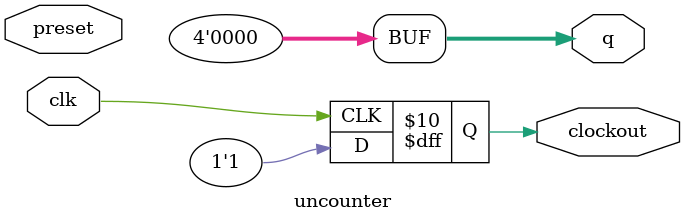
<source format=sv>
module uncounter(
input clk,
input preset,
output clockout,
output [3:0] q
);

assign q = 0;
always_ff @(posedge clk)
begin
	if (q == 0)
	begin
		q = 9;
		clockout = 1;
	end
	else
	begin
		q = q - 1;
		clockout = 0;
	end
end
endmodule
		
</source>
